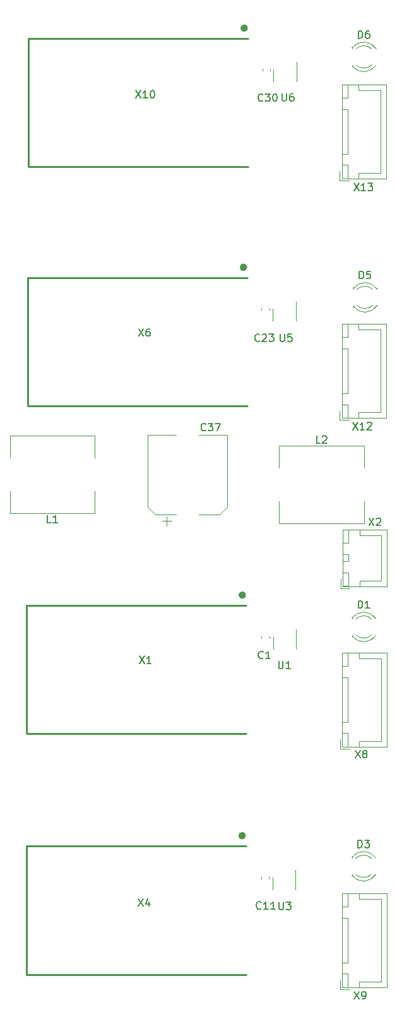
<source format=gto>
%TF.GenerationSoftware,KiCad,Pcbnew,6.0.11-2627ca5db0~126~ubuntu20.04.1*%
%TF.CreationDate,2023-03-09T15:20:37+06:00*%
%TF.ProjectId,Router_Modems,526f7574-6572-45f4-9d6f-64656d732e6b,rev?*%
%TF.SameCoordinates,PX3975790PY2486960*%
%TF.FileFunction,Legend,Top*%
%TF.FilePolarity,Positive*%
%FSLAX46Y46*%
G04 Gerber Fmt 4.6, Leading zero omitted, Abs format (unit mm)*
G04 Created by KiCad (PCBNEW 6.0.11-2627ca5db0~126~ubuntu20.04.1) date 2023-03-09 15:20:37*
%MOMM*%
%LPD*%
G01*
G04 APERTURE LIST*
%ADD10C,0.150000*%
%ADD11C,0.120000*%
%ADD12C,0.254000*%
%ADD13C,0.500000*%
G04 APERTURE END LIST*
D10*
%TO.C,C11*%
X40107142Y-127457142D02*
X40059523Y-127504761D01*
X39916666Y-127552380D01*
X39821428Y-127552380D01*
X39678571Y-127504761D01*
X39583333Y-127409523D01*
X39535714Y-127314285D01*
X39488095Y-127123809D01*
X39488095Y-126980952D01*
X39535714Y-126790476D01*
X39583333Y-126695238D01*
X39678571Y-126600000D01*
X39821428Y-126552380D01*
X39916666Y-126552380D01*
X40059523Y-126600000D01*
X40107142Y-126647619D01*
X41059523Y-127552380D02*
X40488095Y-127552380D01*
X40773809Y-127552380D02*
X40773809Y-126552380D01*
X40678571Y-126695238D01*
X40583333Y-126790476D01*
X40488095Y-126838095D01*
X42011904Y-127552380D02*
X41440476Y-127552380D01*
X41726190Y-127552380D02*
X41726190Y-126552380D01*
X41630952Y-126695238D01*
X41535714Y-126790476D01*
X41440476Y-126838095D01*
%TO.C,D1*%
X53151904Y-87192380D02*
X53151904Y-86192380D01*
X53390000Y-86192380D01*
X53532857Y-86240000D01*
X53628095Y-86335238D01*
X53675714Y-86430476D01*
X53723333Y-86620952D01*
X53723333Y-86763809D01*
X53675714Y-86954285D01*
X53628095Y-87049523D01*
X53532857Y-87144761D01*
X53390000Y-87192380D01*
X53151904Y-87192380D01*
X54675714Y-87192380D02*
X54104285Y-87192380D01*
X54390000Y-87192380D02*
X54390000Y-86192380D01*
X54294761Y-86335238D01*
X54199523Y-86430476D01*
X54104285Y-86478095D01*
%TO.C,D3*%
X53126904Y-119292380D02*
X53126904Y-118292380D01*
X53365000Y-118292380D01*
X53507857Y-118340000D01*
X53603095Y-118435238D01*
X53650714Y-118530476D01*
X53698333Y-118720952D01*
X53698333Y-118863809D01*
X53650714Y-119054285D01*
X53603095Y-119149523D01*
X53507857Y-119244761D01*
X53365000Y-119292380D01*
X53126904Y-119292380D01*
X54031666Y-118292380D02*
X54650714Y-118292380D01*
X54317380Y-118673333D01*
X54460238Y-118673333D01*
X54555476Y-118720952D01*
X54603095Y-118768571D01*
X54650714Y-118863809D01*
X54650714Y-119101904D01*
X54603095Y-119197142D01*
X54555476Y-119244761D01*
X54460238Y-119292380D01*
X54174523Y-119292380D01*
X54079285Y-119244761D01*
X54031666Y-119197142D01*
%TO.C,X12*%
X52414285Y-62252380D02*
X53080952Y-63252380D01*
X53080952Y-62252380D02*
X52414285Y-63252380D01*
X53985714Y-63252380D02*
X53414285Y-63252380D01*
X53700000Y-63252380D02*
X53700000Y-62252380D01*
X53604761Y-62395238D01*
X53509523Y-62490476D01*
X53414285Y-62538095D01*
X54366666Y-62347619D02*
X54414285Y-62300000D01*
X54509523Y-62252380D01*
X54747619Y-62252380D01*
X54842857Y-62300000D01*
X54890476Y-62347619D01*
X54938095Y-62442857D01*
X54938095Y-62538095D01*
X54890476Y-62680952D01*
X54319047Y-63252380D01*
X54938095Y-63252380D01*
%TO.C,L2*%
X48058333Y-65077380D02*
X47582142Y-65077380D01*
X47582142Y-64077380D01*
X48344047Y-64172619D02*
X48391666Y-64125000D01*
X48486904Y-64077380D01*
X48725000Y-64077380D01*
X48820238Y-64125000D01*
X48867857Y-64172619D01*
X48915476Y-64267857D01*
X48915476Y-64363095D01*
X48867857Y-64505952D01*
X48296428Y-65077380D01*
X48915476Y-65077380D01*
%TO.C,X13*%
X52564285Y-30202380D02*
X53230952Y-31202380D01*
X53230952Y-30202380D02*
X52564285Y-31202380D01*
X54135714Y-31202380D02*
X53564285Y-31202380D01*
X53850000Y-31202380D02*
X53850000Y-30202380D01*
X53754761Y-30345238D01*
X53659523Y-30440476D01*
X53564285Y-30488095D01*
X54469047Y-30202380D02*
X55088095Y-30202380D01*
X54754761Y-30583333D01*
X54897619Y-30583333D01*
X54992857Y-30630952D01*
X55040476Y-30678571D01*
X55088095Y-30773809D01*
X55088095Y-31011904D01*
X55040476Y-31107142D01*
X54992857Y-31154761D01*
X54897619Y-31202380D01*
X54611904Y-31202380D01*
X54516666Y-31154761D01*
X54469047Y-31107142D01*
%TO.C,X9*%
X52590476Y-138602380D02*
X53257142Y-139602380D01*
X53257142Y-138602380D02*
X52590476Y-139602380D01*
X53685714Y-139602380D02*
X53876190Y-139602380D01*
X53971428Y-139554761D01*
X54019047Y-139507142D01*
X54114285Y-139364285D01*
X54161904Y-139173809D01*
X54161904Y-138792857D01*
X54114285Y-138697619D01*
X54066666Y-138650000D01*
X53971428Y-138602380D01*
X53780952Y-138602380D01*
X53685714Y-138650000D01*
X53638095Y-138697619D01*
X53590476Y-138792857D01*
X53590476Y-139030952D01*
X53638095Y-139126190D01*
X53685714Y-139173809D01*
X53780952Y-139221428D01*
X53971428Y-139221428D01*
X54066666Y-139173809D01*
X54114285Y-139126190D01*
X54161904Y-139030952D01*
%TO.C,D5*%
X53301904Y-42992380D02*
X53301904Y-41992380D01*
X53540000Y-41992380D01*
X53682857Y-42040000D01*
X53778095Y-42135238D01*
X53825714Y-42230476D01*
X53873333Y-42420952D01*
X53873333Y-42563809D01*
X53825714Y-42754285D01*
X53778095Y-42849523D01*
X53682857Y-42944761D01*
X53540000Y-42992380D01*
X53301904Y-42992380D01*
X54778095Y-41992380D02*
X54301904Y-41992380D01*
X54254285Y-42468571D01*
X54301904Y-42420952D01*
X54397142Y-42373333D01*
X54635238Y-42373333D01*
X54730476Y-42420952D01*
X54778095Y-42468571D01*
X54825714Y-42563809D01*
X54825714Y-42801904D01*
X54778095Y-42897142D01*
X54730476Y-42944761D01*
X54635238Y-42992380D01*
X54397142Y-42992380D01*
X54301904Y-42944761D01*
X54254285Y-42897142D01*
%TO.C,X6*%
X23690412Y-49702337D02*
X24357131Y-50702416D01*
X24357131Y-49702337D02*
X23690412Y-50702416D01*
X25166719Y-49702337D02*
X24976228Y-49702337D01*
X24880982Y-49749960D01*
X24833359Y-49797583D01*
X24738114Y-49940451D01*
X24690491Y-50130942D01*
X24690491Y-50511925D01*
X24738114Y-50607171D01*
X24785736Y-50654793D01*
X24880982Y-50702416D01*
X25071473Y-50702416D01*
X25166719Y-50654793D01*
X25214342Y-50607171D01*
X25261964Y-50511925D01*
X25261964Y-50273811D01*
X25214342Y-50178565D01*
X25166719Y-50130942D01*
X25071473Y-50083320D01*
X24880982Y-50083320D01*
X24785736Y-50130942D01*
X24738114Y-50178565D01*
X24690491Y-50273811D01*
%TO.C,C30*%
X40357142Y-19107142D02*
X40309523Y-19154761D01*
X40166666Y-19202380D01*
X40071428Y-19202380D01*
X39928571Y-19154761D01*
X39833333Y-19059523D01*
X39785714Y-18964285D01*
X39738095Y-18773809D01*
X39738095Y-18630952D01*
X39785714Y-18440476D01*
X39833333Y-18345238D01*
X39928571Y-18250000D01*
X40071428Y-18202380D01*
X40166666Y-18202380D01*
X40309523Y-18250000D01*
X40357142Y-18297619D01*
X40690476Y-18202380D02*
X41309523Y-18202380D01*
X40976190Y-18583333D01*
X41119047Y-18583333D01*
X41214285Y-18630952D01*
X41261904Y-18678571D01*
X41309523Y-18773809D01*
X41309523Y-19011904D01*
X41261904Y-19107142D01*
X41214285Y-19154761D01*
X41119047Y-19202380D01*
X40833333Y-19202380D01*
X40738095Y-19154761D01*
X40690476Y-19107142D01*
X41928571Y-18202380D02*
X42023809Y-18202380D01*
X42119047Y-18250000D01*
X42166666Y-18297619D01*
X42214285Y-18392857D01*
X42261904Y-18583333D01*
X42261904Y-18821428D01*
X42214285Y-19011904D01*
X42166666Y-19107142D01*
X42119047Y-19154761D01*
X42023809Y-19202380D01*
X41928571Y-19202380D01*
X41833333Y-19154761D01*
X41785714Y-19107142D01*
X41738095Y-19011904D01*
X41690476Y-18821428D01*
X41690476Y-18583333D01*
X41738095Y-18392857D01*
X41785714Y-18297619D01*
X41833333Y-18250000D01*
X41928571Y-18202380D01*
%TO.C,U1*%
X42488095Y-94302380D02*
X42488095Y-95111904D01*
X42535714Y-95207142D01*
X42583333Y-95254761D01*
X42678571Y-95302380D01*
X42869047Y-95302380D01*
X42964285Y-95254761D01*
X43011904Y-95207142D01*
X43059523Y-95111904D01*
X43059523Y-94302380D01*
X44059523Y-95302380D02*
X43488095Y-95302380D01*
X43773809Y-95302380D02*
X43773809Y-94302380D01*
X43678571Y-94445238D01*
X43583333Y-94540476D01*
X43488095Y-94588095D01*
%TO.C,C37*%
X32707142Y-63307142D02*
X32659523Y-63354761D01*
X32516666Y-63402380D01*
X32421428Y-63402380D01*
X32278571Y-63354761D01*
X32183333Y-63259523D01*
X32135714Y-63164285D01*
X32088095Y-62973809D01*
X32088095Y-62830952D01*
X32135714Y-62640476D01*
X32183333Y-62545238D01*
X32278571Y-62450000D01*
X32421428Y-62402380D01*
X32516666Y-62402380D01*
X32659523Y-62450000D01*
X32707142Y-62497619D01*
X33040476Y-62402380D02*
X33659523Y-62402380D01*
X33326190Y-62783333D01*
X33469047Y-62783333D01*
X33564285Y-62830952D01*
X33611904Y-62878571D01*
X33659523Y-62973809D01*
X33659523Y-63211904D01*
X33611904Y-63307142D01*
X33564285Y-63354761D01*
X33469047Y-63402380D01*
X33183333Y-63402380D01*
X33088095Y-63354761D01*
X33040476Y-63307142D01*
X33992857Y-62402380D02*
X34659523Y-62402380D01*
X34230952Y-63402380D01*
%TO.C,L1*%
X11958333Y-75692380D02*
X11482142Y-75692380D01*
X11482142Y-74692380D01*
X12815476Y-75692380D02*
X12244047Y-75692380D01*
X12529761Y-75692380D02*
X12529761Y-74692380D01*
X12434523Y-74835238D01*
X12339285Y-74930476D01*
X12244047Y-74978095D01*
%TO.C,U3*%
X42538095Y-126602380D02*
X42538095Y-127411904D01*
X42585714Y-127507142D01*
X42633333Y-127554761D01*
X42728571Y-127602380D01*
X42919047Y-127602380D01*
X43014285Y-127554761D01*
X43061904Y-127507142D01*
X43109523Y-127411904D01*
X43109523Y-126602380D01*
X43490476Y-126602380D02*
X44109523Y-126602380D01*
X43776190Y-126983333D01*
X43919047Y-126983333D01*
X44014285Y-127030952D01*
X44061904Y-127078571D01*
X44109523Y-127173809D01*
X44109523Y-127411904D01*
X44061904Y-127507142D01*
X44014285Y-127554761D01*
X43919047Y-127602380D01*
X43633333Y-127602380D01*
X43538095Y-127554761D01*
X43490476Y-127507142D01*
%TO.C,C1*%
X40383333Y-93857142D02*
X40335714Y-93904761D01*
X40192857Y-93952380D01*
X40097619Y-93952380D01*
X39954761Y-93904761D01*
X39859523Y-93809523D01*
X39811904Y-93714285D01*
X39764285Y-93523809D01*
X39764285Y-93380952D01*
X39811904Y-93190476D01*
X39859523Y-93095238D01*
X39954761Y-93000000D01*
X40097619Y-92952380D01*
X40192857Y-92952380D01*
X40335714Y-93000000D01*
X40383333Y-93047619D01*
X41335714Y-93952380D02*
X40764285Y-93952380D01*
X41050000Y-93952380D02*
X41050000Y-92952380D01*
X40954761Y-93095238D01*
X40859523Y-93190476D01*
X40764285Y-93238095D01*
%TO.C,X10*%
X23314184Y-17752337D02*
X23980903Y-18752416D01*
X23980903Y-17752337D02*
X23314184Y-18752416D01*
X24885736Y-18752416D02*
X24314263Y-18752416D01*
X24600000Y-18752416D02*
X24600000Y-17752337D01*
X24504754Y-17895206D01*
X24409508Y-17990451D01*
X24314263Y-18038074D01*
X25504833Y-17752337D02*
X25600079Y-17752337D01*
X25695324Y-17799960D01*
X25742947Y-17847583D01*
X25790570Y-17942828D01*
X25838193Y-18133320D01*
X25838193Y-18371434D01*
X25790570Y-18561925D01*
X25742947Y-18657171D01*
X25695324Y-18704793D01*
X25600079Y-18752416D01*
X25504833Y-18752416D01*
X25409587Y-18704793D01*
X25361964Y-18657171D01*
X25314342Y-18561925D01*
X25266719Y-18371434D01*
X25266719Y-18133320D01*
X25314342Y-17942828D01*
X25361964Y-17847583D01*
X25409587Y-17799960D01*
X25504833Y-17752337D01*
%TO.C,X1*%
X23790412Y-93617337D02*
X24457131Y-94617416D01*
X24457131Y-93617337D02*
X23790412Y-94617416D01*
X25361964Y-94617416D02*
X24790491Y-94617416D01*
X25076228Y-94617416D02*
X25076228Y-93617337D01*
X24980982Y-93760206D01*
X24885736Y-93855451D01*
X24790491Y-93903074D01*
%TO.C,X4*%
X23640412Y-126152337D02*
X24307131Y-127152416D01*
X24307131Y-126152337D02*
X23640412Y-127152416D01*
X25116719Y-126485697D02*
X25116719Y-127152416D01*
X24878605Y-126104714D02*
X24640491Y-126819057D01*
X25259587Y-126819057D01*
%TO.C,X2*%
X54590476Y-75102380D02*
X55257142Y-76102380D01*
X55257142Y-75102380D02*
X54590476Y-76102380D01*
X55590476Y-75197619D02*
X55638095Y-75150000D01*
X55733333Y-75102380D01*
X55971428Y-75102380D01*
X56066666Y-75150000D01*
X56114285Y-75197619D01*
X56161904Y-75292857D01*
X56161904Y-75388095D01*
X56114285Y-75530952D01*
X55542857Y-76102380D01*
X56161904Y-76102380D01*
%TO.C,D6*%
X53156904Y-10742380D02*
X53156904Y-9742380D01*
X53395000Y-9742380D01*
X53537857Y-9790000D01*
X53633095Y-9885238D01*
X53680714Y-9980476D01*
X53728333Y-10170952D01*
X53728333Y-10313809D01*
X53680714Y-10504285D01*
X53633095Y-10599523D01*
X53537857Y-10694761D01*
X53395000Y-10742380D01*
X53156904Y-10742380D01*
X54585476Y-9742380D02*
X54395000Y-9742380D01*
X54299761Y-9790000D01*
X54252142Y-9837619D01*
X54156904Y-9980476D01*
X54109285Y-10170952D01*
X54109285Y-10551904D01*
X54156904Y-10647142D01*
X54204523Y-10694761D01*
X54299761Y-10742380D01*
X54490238Y-10742380D01*
X54585476Y-10694761D01*
X54633095Y-10647142D01*
X54680714Y-10551904D01*
X54680714Y-10313809D01*
X54633095Y-10218571D01*
X54585476Y-10170952D01*
X54490238Y-10123333D01*
X54299761Y-10123333D01*
X54204523Y-10170952D01*
X54156904Y-10218571D01*
X54109285Y-10313809D01*
%TO.C,C23*%
X39907142Y-51307142D02*
X39859523Y-51354761D01*
X39716666Y-51402380D01*
X39621428Y-51402380D01*
X39478571Y-51354761D01*
X39383333Y-51259523D01*
X39335714Y-51164285D01*
X39288095Y-50973809D01*
X39288095Y-50830952D01*
X39335714Y-50640476D01*
X39383333Y-50545238D01*
X39478571Y-50450000D01*
X39621428Y-50402380D01*
X39716666Y-50402380D01*
X39859523Y-50450000D01*
X39907142Y-50497619D01*
X40288095Y-50497619D02*
X40335714Y-50450000D01*
X40430952Y-50402380D01*
X40669047Y-50402380D01*
X40764285Y-50450000D01*
X40811904Y-50497619D01*
X40859523Y-50592857D01*
X40859523Y-50688095D01*
X40811904Y-50830952D01*
X40240476Y-51402380D01*
X40859523Y-51402380D01*
X41192857Y-50402380D02*
X41811904Y-50402380D01*
X41478571Y-50783333D01*
X41621428Y-50783333D01*
X41716666Y-50830952D01*
X41764285Y-50878571D01*
X41811904Y-50973809D01*
X41811904Y-51211904D01*
X41764285Y-51307142D01*
X41716666Y-51354761D01*
X41621428Y-51402380D01*
X41335714Y-51402380D01*
X41240476Y-51354761D01*
X41192857Y-51307142D01*
%TO.C,X8*%
X52740476Y-106252380D02*
X53407142Y-107252380D01*
X53407142Y-106252380D02*
X52740476Y-107252380D01*
X53930952Y-106680952D02*
X53835714Y-106633333D01*
X53788095Y-106585714D01*
X53740476Y-106490476D01*
X53740476Y-106442857D01*
X53788095Y-106347619D01*
X53835714Y-106300000D01*
X53930952Y-106252380D01*
X54121428Y-106252380D01*
X54216666Y-106300000D01*
X54264285Y-106347619D01*
X54311904Y-106442857D01*
X54311904Y-106490476D01*
X54264285Y-106585714D01*
X54216666Y-106633333D01*
X54121428Y-106680952D01*
X53930952Y-106680952D01*
X53835714Y-106728571D01*
X53788095Y-106776190D01*
X53740476Y-106871428D01*
X53740476Y-107061904D01*
X53788095Y-107157142D01*
X53835714Y-107204761D01*
X53930952Y-107252380D01*
X54121428Y-107252380D01*
X54216666Y-107204761D01*
X54264285Y-107157142D01*
X54311904Y-107061904D01*
X54311904Y-106871428D01*
X54264285Y-106776190D01*
X54216666Y-106728571D01*
X54121428Y-106680952D01*
%TO.C,U5*%
X42688095Y-50402380D02*
X42688095Y-51211904D01*
X42735714Y-51307142D01*
X42783333Y-51354761D01*
X42878571Y-51402380D01*
X43069047Y-51402380D01*
X43164285Y-51354761D01*
X43211904Y-51307142D01*
X43259523Y-51211904D01*
X43259523Y-50402380D01*
X44211904Y-50402380D02*
X43735714Y-50402380D01*
X43688095Y-50878571D01*
X43735714Y-50830952D01*
X43830952Y-50783333D01*
X44069047Y-50783333D01*
X44164285Y-50830952D01*
X44211904Y-50878571D01*
X44259523Y-50973809D01*
X44259523Y-51211904D01*
X44211904Y-51307142D01*
X44164285Y-51354761D01*
X44069047Y-51402380D01*
X43830952Y-51402380D01*
X43735714Y-51354761D01*
X43688095Y-51307142D01*
%TO.C,U6*%
X42938095Y-18152380D02*
X42938095Y-18961904D01*
X42985714Y-19057142D01*
X43033333Y-19104761D01*
X43128571Y-19152380D01*
X43319047Y-19152380D01*
X43414285Y-19104761D01*
X43461904Y-19057142D01*
X43509523Y-18961904D01*
X43509523Y-18152380D01*
X44414285Y-18152380D02*
X44223809Y-18152380D01*
X44128571Y-18200000D01*
X44080952Y-18247619D01*
X43985714Y-18390476D01*
X43938095Y-18580952D01*
X43938095Y-18961904D01*
X43985714Y-19057142D01*
X44033333Y-19104761D01*
X44128571Y-19152380D01*
X44319047Y-19152380D01*
X44414285Y-19104761D01*
X44461904Y-19057142D01*
X44509523Y-18961904D01*
X44509523Y-18723809D01*
X44461904Y-18628571D01*
X44414285Y-18580952D01*
X44319047Y-18533333D01*
X44128571Y-18533333D01*
X44033333Y-18580952D01*
X43985714Y-18628571D01*
X43938095Y-18723809D01*
D11*
%TO.C,C11*%
X40165000Y-123465580D02*
X40165000Y-123184420D01*
X41185000Y-123465580D02*
X41185000Y-123184420D01*
%TO.C,D1*%
X52330000Y-88464000D02*
X52330000Y-88620000D01*
X52330000Y-90780000D02*
X52330000Y-90936000D01*
X52849039Y-90780000D02*
G75*
G03*
X54931130Y-90779837I1040961J1080000D01*
G01*
X52330000Y-90935516D02*
G75*
G03*
X55562335Y-90778608I1560000J1235516D01*
G01*
X54931130Y-88620163D02*
G75*
G03*
X52849039Y-88620000I-1041130J-1079837D01*
G01*
X55562335Y-88621392D02*
G75*
G03*
X52330000Y-88464484I-1672335J-1078608D01*
G01*
%TO.C,D3*%
X52305000Y-122880000D02*
X52305000Y-123036000D01*
X52305000Y-120564000D02*
X52305000Y-120720000D01*
X52305000Y-123035516D02*
G75*
G03*
X55537335Y-122878608I1560000J1235516D01*
G01*
X55537335Y-120721392D02*
G75*
G03*
X52305000Y-120564484I-1672335J-1078608D01*
G01*
X52824039Y-122880000D02*
G75*
G03*
X54906130Y-122879837I1040961J1080000D01*
G01*
X54906130Y-120720163D02*
G75*
G03*
X52824039Y-120720000I-1041130J-1079837D01*
G01*
%TO.C,X12*%
X56935000Y-49040000D02*
X50965000Y-49040000D01*
X51725000Y-58350000D02*
X51725000Y-52350000D01*
X51725000Y-49050000D02*
X50975000Y-49050000D01*
X51725000Y-52350000D02*
X50975000Y-52350000D01*
X51725000Y-50850000D02*
X51725000Y-49050000D01*
X50965000Y-61660000D02*
X56935000Y-61660000D01*
X53225000Y-61650000D02*
X53225000Y-60900000D01*
X50975000Y-50850000D02*
X51725000Y-50850000D01*
X50975000Y-61650000D02*
X51725000Y-61650000D01*
X50675000Y-60700000D02*
X50675000Y-61950000D01*
X51725000Y-61650000D02*
X51725000Y-59850000D01*
X50975000Y-49050000D02*
X50975000Y-50850000D01*
X50975000Y-59850000D02*
X50975000Y-61650000D01*
X50975000Y-58350000D02*
X51725000Y-58350000D01*
X56175000Y-60900000D02*
X56175000Y-55350000D01*
X53225000Y-60900000D02*
X56175000Y-60900000D01*
X50975000Y-52350000D02*
X50975000Y-58350000D01*
X51725000Y-59850000D02*
X50975000Y-59850000D01*
X53225000Y-49050000D02*
X53225000Y-49800000D01*
X50965000Y-49040000D02*
X50965000Y-61660000D01*
X50675000Y-61950000D02*
X51925000Y-61950000D01*
X56175000Y-49800000D02*
X56175000Y-55350000D01*
X53225000Y-49800000D02*
X56175000Y-49800000D01*
X56935000Y-61660000D02*
X56935000Y-49040000D01*
%TO.C,L2*%
X42525000Y-65425000D02*
X42525000Y-68375000D01*
X42525000Y-75825000D02*
X53925000Y-75825000D01*
X53925000Y-65425000D02*
X53925000Y-68375000D01*
X42525000Y-75825000D02*
X42525000Y-72875000D01*
X42525000Y-65425000D02*
X53925000Y-65425000D01*
X53925000Y-75825000D02*
X53925000Y-72875000D01*
%TO.C,X13*%
X50975000Y-16950000D02*
X50975000Y-18750000D01*
X56175000Y-17700000D02*
X56175000Y-23250000D01*
X53225000Y-16950000D02*
X53225000Y-17700000D01*
X50975000Y-20250000D02*
X50975000Y-26250000D01*
X56935000Y-16940000D02*
X50965000Y-16940000D01*
X50975000Y-27750000D02*
X50975000Y-29550000D01*
X50965000Y-29560000D02*
X56935000Y-29560000D01*
X50975000Y-29550000D02*
X51725000Y-29550000D01*
X50675000Y-28600000D02*
X50675000Y-29850000D01*
X51725000Y-20250000D02*
X50975000Y-20250000D01*
X53225000Y-17700000D02*
X56175000Y-17700000D01*
X50965000Y-16940000D02*
X50965000Y-29560000D01*
X56935000Y-29560000D02*
X56935000Y-16940000D01*
X56175000Y-28800000D02*
X56175000Y-23250000D01*
X50975000Y-18750000D02*
X51725000Y-18750000D01*
X51725000Y-26250000D02*
X51725000Y-20250000D01*
X51725000Y-16950000D02*
X50975000Y-16950000D01*
X51725000Y-18750000D02*
X51725000Y-16950000D01*
X50975000Y-26250000D02*
X51725000Y-26250000D01*
X51725000Y-27750000D02*
X50975000Y-27750000D01*
X53225000Y-28800000D02*
X56175000Y-28800000D01*
X50675000Y-29850000D02*
X51925000Y-29850000D01*
X53225000Y-29550000D02*
X53225000Y-28800000D01*
X51725000Y-29550000D02*
X51725000Y-27750000D01*
%TO.C,X9*%
X51025000Y-128700000D02*
X51025000Y-134700000D01*
X51025000Y-138000000D02*
X51775000Y-138000000D01*
X56225000Y-126150000D02*
X56225000Y-131700000D01*
X51025000Y-125400000D02*
X51025000Y-127200000D01*
X56985000Y-125390000D02*
X51015000Y-125390000D01*
X51775000Y-128700000D02*
X51025000Y-128700000D01*
X51015000Y-138010000D02*
X56985000Y-138010000D01*
X53275000Y-125400000D02*
X53275000Y-126150000D01*
X50725000Y-137050000D02*
X50725000Y-138300000D01*
X53275000Y-137250000D02*
X56225000Y-137250000D01*
X53275000Y-126150000D02*
X56225000Y-126150000D01*
X51025000Y-134700000D02*
X51775000Y-134700000D01*
X53275000Y-138000000D02*
X53275000Y-137250000D01*
X51775000Y-136200000D02*
X51025000Y-136200000D01*
X51775000Y-127200000D02*
X51775000Y-125400000D01*
X50725000Y-138300000D02*
X51975000Y-138300000D01*
X51025000Y-127200000D02*
X51775000Y-127200000D01*
X51775000Y-125400000D02*
X51025000Y-125400000D01*
X51015000Y-125390000D02*
X51015000Y-138010000D01*
X51025000Y-136200000D02*
X51025000Y-138000000D01*
X51775000Y-138000000D02*
X51775000Y-136200000D01*
X56225000Y-137250000D02*
X56225000Y-131700000D01*
X56985000Y-138010000D02*
X56985000Y-125390000D01*
X51775000Y-134700000D02*
X51775000Y-128700000D01*
%TO.C,D5*%
X52480000Y-44264000D02*
X52480000Y-44420000D01*
X52480000Y-46580000D02*
X52480000Y-46736000D01*
X55712335Y-44421392D02*
G75*
G03*
X52480000Y-44264484I-1672335J-1078608D01*
G01*
X52480000Y-46735516D02*
G75*
G03*
X55712335Y-46578608I1560000J1235516D01*
G01*
X52999039Y-46580000D02*
G75*
G03*
X55081130Y-46579837I1040961J1080000D01*
G01*
X55081130Y-44420163D02*
G75*
G03*
X52999039Y-44420000I-1041130J-1079837D01*
G01*
D12*
%TO.C,X6*%
X8800000Y-42885000D02*
X8800000Y-60085000D01*
X8800000Y-60085000D02*
X38300000Y-60085000D01*
X38300000Y-42885000D02*
X8800000Y-42885000D01*
D13*
X38000000Y-41465000D02*
G75*
G03*
X38000000Y-41465000I-250000J0D01*
G01*
D11*
%TO.C,C30*%
X41310000Y-15090580D02*
X41310000Y-14809420D01*
X40290000Y-15090580D02*
X40290000Y-14809420D01*
%TO.C,U1*%
X41715000Y-91825000D02*
X41715000Y-91025000D01*
X44835000Y-91825000D02*
X44835000Y-92625000D01*
X44835000Y-91825000D02*
X44835000Y-90025000D01*
X41715000Y-91825000D02*
X41715000Y-92625000D01*
%TO.C,C37*%
X25954437Y-74642500D02*
X24890000Y-73578063D01*
X34545563Y-74642500D02*
X31760000Y-74642500D01*
X25954437Y-74642500D02*
X28740000Y-74642500D01*
X35610000Y-63922500D02*
X31760000Y-63922500D01*
X24890000Y-63922500D02*
X28740000Y-63922500D01*
X26865000Y-75507500D02*
X28115000Y-75507500D01*
X24890000Y-73578063D02*
X24890000Y-63922500D01*
X35610000Y-73578063D02*
X35610000Y-63922500D01*
X34545563Y-74642500D02*
X35610000Y-73578063D01*
X27490000Y-76132500D02*
X27490000Y-74882500D01*
%TO.C,L1*%
X6425000Y-64040000D02*
X6425000Y-66990000D01*
X17825000Y-64040000D02*
X6425000Y-64040000D01*
X6425000Y-74440000D02*
X6425000Y-71490000D01*
X17825000Y-74440000D02*
X6425000Y-74440000D01*
X17825000Y-64040000D02*
X17825000Y-66990000D01*
X17825000Y-74440000D02*
X17825000Y-71490000D01*
%TO.C,U3*%
X44760000Y-124075000D02*
X44760000Y-122275000D01*
X41640000Y-124075000D02*
X41640000Y-124875000D01*
X44760000Y-124075000D02*
X44760000Y-124875000D01*
X41640000Y-124075000D02*
X41640000Y-123275000D01*
%TO.C,C1*%
X41210000Y-91215580D02*
X41210000Y-90934420D01*
X40190000Y-91215580D02*
X40190000Y-90934420D01*
D12*
%TO.C,X10*%
X38400000Y-10810000D02*
X8900000Y-10810000D01*
X8900000Y-10810000D02*
X8900000Y-28010000D01*
X8900000Y-28010000D02*
X38400000Y-28010000D01*
D13*
X38100000Y-9390000D02*
G75*
G03*
X38100000Y-9390000I-250000J0D01*
G01*
D12*
%TO.C,X1*%
X8650000Y-86835000D02*
X8650000Y-104035000D01*
X8650000Y-104035000D02*
X38150000Y-104035000D01*
X38150000Y-86835000D02*
X8650000Y-86835000D01*
D13*
X37850000Y-85415000D02*
G75*
G03*
X37850000Y-85415000I-250000J0D01*
G01*
D12*
%TO.C,X4*%
X8625000Y-136310000D02*
X38125000Y-136310000D01*
X8625000Y-119110000D02*
X8625000Y-136310000D01*
X38125000Y-119110000D02*
X8625000Y-119110000D01*
D13*
X37825000Y-117690000D02*
G75*
G03*
X37825000Y-117690000I-250000J0D01*
G01*
D11*
%TO.C,X2*%
X51825000Y-76625000D02*
X51075000Y-76625000D01*
X53325000Y-84225000D02*
X53325000Y-83475000D01*
X57035000Y-84235000D02*
X57035000Y-76615000D01*
X51075000Y-84225000D02*
X51825000Y-84225000D01*
X51825000Y-78425000D02*
X51825000Y-76625000D01*
X57035000Y-76615000D02*
X51065000Y-76615000D01*
X56275000Y-83475000D02*
X56275000Y-80425000D01*
X53325000Y-77375000D02*
X56275000Y-77375000D01*
X56275000Y-77375000D02*
X56275000Y-80425000D01*
X51075000Y-76625000D02*
X51075000Y-78425000D01*
X51075000Y-80925000D02*
X51825000Y-80925000D01*
X53325000Y-83475000D02*
X56275000Y-83475000D01*
X51825000Y-82425000D02*
X51075000Y-82425000D01*
X51065000Y-84235000D02*
X57035000Y-84235000D01*
X53325000Y-76625000D02*
X53325000Y-77375000D01*
X51075000Y-82425000D02*
X51075000Y-84225000D01*
X51825000Y-84225000D02*
X51825000Y-82425000D01*
X51075000Y-78425000D02*
X51825000Y-78425000D01*
X51825000Y-79925000D02*
X51075000Y-79925000D01*
X51075000Y-79925000D02*
X51075000Y-80925000D01*
X51065000Y-76615000D02*
X51065000Y-84235000D01*
X50775000Y-83275000D02*
X50775000Y-84525000D01*
X51825000Y-80925000D02*
X51825000Y-79925000D01*
X50775000Y-84525000D02*
X52025000Y-84525000D01*
%TO.C,D6*%
X52335000Y-12014000D02*
X52335000Y-12170000D01*
X52335000Y-14330000D02*
X52335000Y-14486000D01*
X55567335Y-12171392D02*
G75*
G03*
X52335000Y-12014484I-1672335J-1078608D01*
G01*
X52854039Y-14330000D02*
G75*
G03*
X54936130Y-14329837I1040961J1080000D01*
G01*
X52335000Y-14485516D02*
G75*
G03*
X55567335Y-14328608I1560000J1235516D01*
G01*
X54936130Y-12170163D02*
G75*
G03*
X52854039Y-12170000I-1041130J-1079837D01*
G01*
%TO.C,C23*%
X40190000Y-47215580D02*
X40190000Y-46934420D01*
X41210000Y-47215580D02*
X41210000Y-46934420D01*
%TO.C,X8*%
X51015000Y-105760000D02*
X56985000Y-105760000D01*
X50725000Y-104800000D02*
X50725000Y-106050000D01*
X53275000Y-105750000D02*
X53275000Y-105000000D01*
X56225000Y-105000000D02*
X56225000Y-99450000D01*
X56985000Y-105760000D02*
X56985000Y-93140000D01*
X51025000Y-103950000D02*
X51025000Y-105750000D01*
X53275000Y-93900000D02*
X56225000Y-93900000D01*
X50725000Y-106050000D02*
X51975000Y-106050000D01*
X51775000Y-103950000D02*
X51025000Y-103950000D01*
X51025000Y-93150000D02*
X51025000Y-94950000D01*
X51025000Y-96450000D02*
X51025000Y-102450000D01*
X51015000Y-93140000D02*
X51015000Y-105760000D01*
X51025000Y-94950000D02*
X51775000Y-94950000D01*
X51775000Y-96450000D02*
X51025000Y-96450000D01*
X51025000Y-102450000D02*
X51775000Y-102450000D01*
X51775000Y-94950000D02*
X51775000Y-93150000D01*
X53275000Y-105000000D02*
X56225000Y-105000000D01*
X53275000Y-93150000D02*
X53275000Y-93900000D01*
X51025000Y-105750000D02*
X51775000Y-105750000D01*
X56985000Y-93140000D02*
X51015000Y-93140000D01*
X56225000Y-93900000D02*
X56225000Y-99450000D01*
X51775000Y-93150000D02*
X51025000Y-93150000D01*
X51775000Y-102450000D02*
X51775000Y-96450000D01*
X51775000Y-105750000D02*
X51775000Y-103950000D01*
%TO.C,U5*%
X44785000Y-47850000D02*
X44785000Y-46050000D01*
X41665000Y-47850000D02*
X41665000Y-48650000D01*
X41665000Y-47850000D02*
X41665000Y-47050000D01*
X44785000Y-47850000D02*
X44785000Y-48650000D01*
%TO.C,U6*%
X41790000Y-15750000D02*
X41790000Y-14950000D01*
X44910000Y-15750000D02*
X44910000Y-16550000D01*
X41790000Y-15750000D02*
X41790000Y-16550000D01*
X44910000Y-15750000D02*
X44910000Y-13950000D01*
%TD*%
M02*

</source>
